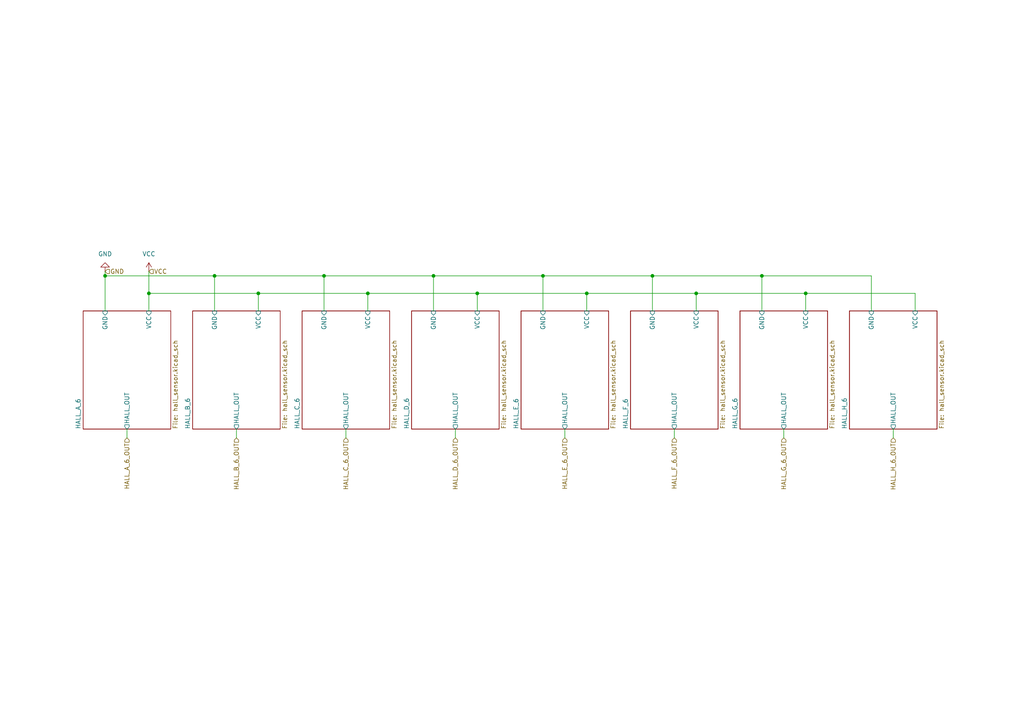
<source format=kicad_sch>
(kicad_sch (version 20250114) (generator "eeschema") (generator_version "9.0")
  (paper "A4")
  (lib_symbols
    (symbol "power:GND" (power) (pin_numbers (hide yes)) (pin_names (offset 0) (hide yes))
      (property "Value" "GND" (at 0 -3.81 0))
      (symbol "GND_0_1"
        (polyline (pts (xy 0 0) (xy 0 -1.27) (xy 1.27 -1.27) (xy 0 -2.54) (xy -1.27 -1.27) (xy 0 -1.27)))
      )
      (symbol "GND_1_1"
        (pin power_in line (at 0 0 270) (length 0) (name "~") (number "1"))
      )
    )
    (symbol "power:VCC" (power) (pin_numbers (hide yes)) (pin_names (offset 0) (hide yes))
      (property "Value" "VCC" (at 0 3.556 0))
      (symbol "VCC_0_1"
        (polyline (pts (xy -0.762 1.27) (xy 0 2.54)))
        (polyline (pts (xy 0 2.54) (xy 0.762 1.27)))
        (polyline (pts (xy 0 0) (xy 0 2.54)))
      )
      (symbol "VCC_1_1"
        (pin power_in line (at 0 0 90) (length 0) (name "~") (number "1"))
      )
    )
  )
  (junction (at 74.93 85.09))
  (junction (at 189.23 80.01))
  (junction (at 201.93 85.09))
  (junction (at 220.98 80.01))
  (junction (at 157.48 80.01))
  (junction (at 125.73 80.01))
  (junction (at 62.23 80.01))
  (junction (at 138.43 85.09))
  (junction (at 93.98 80.01))
  (junction (at 43.18 85.09))
  (junction (at 106.68 85.09))
  (junction (at 30.48 80.01))
  (junction (at 170.18 85.09))
  (junction (at 233.68 85.09))
  (wire (pts (xy 189.23 80.01) (xy 189.23 90.17)))
  (wire (pts (xy 195.58 124.46) (xy 195.58 127)))
  (wire (pts (xy 125.73 80.01) (xy 125.73 90.17)))
  (wire (pts (xy 157.48 80.01) (xy 157.48 90.17)))
  (wire (pts (xy 43.18 78.74) (xy 43.18 85.09)))
  (wire (pts (xy 138.43 85.09) (xy 170.18 85.09)))
  (wire (pts (xy 227.33 124.46) (xy 227.33 127)))
  (wire (pts (xy 201.93 85.09) (xy 201.93 90.17)))
  (wire (pts (xy 201.93 85.09) (xy 233.68 85.09)))
  (wire (pts (xy 62.23 80.01) (xy 93.98 80.01)))
  (wire (pts (xy 30.48 80.01) (xy 30.48 90.17)))
  (wire (pts (xy 163.83 124.46) (xy 163.83 127)))
  (wire (pts (xy 43.18 85.09) (xy 74.93 85.09)))
  (wire (pts (xy 252.73 80.01) (xy 252.73 90.17)))
  (wire (pts (xy 74.93 85.09) (xy 74.93 90.17)))
  (wire (pts (xy 125.73 80.01) (xy 157.48 80.01)))
  (wire (pts (xy 189.23 80.01) (xy 220.98 80.01)))
  (wire (pts (xy 62.23 80.01) (xy 62.23 90.17)))
  (wire (pts (xy 157.48 80.01) (xy 189.23 80.01)))
  (wire (pts (xy 43.18 85.09) (xy 43.18 90.17)))
  (wire (pts (xy 30.48 80.01) (xy 62.23 80.01)))
  (wire (pts (xy 138.43 85.09) (xy 138.43 90.17)))
  (wire (pts (xy 132.08 124.46) (xy 132.08 127)))
  (wire (pts (xy 68.58 124.46) (xy 68.58 127)))
  (wire (pts (xy 100.33 124.46) (xy 100.33 127)))
  (wire (pts (xy 170.18 85.09) (xy 201.93 85.09)))
  (wire (pts (xy 170.18 85.09) (xy 170.18 90.17)))
  (wire (pts (xy 220.98 80.01) (xy 220.98 90.17)))
  (wire (pts (xy 265.43 85.09) (xy 265.43 90.17)))
  (wire (pts (xy 233.68 85.09) (xy 265.43 85.09)))
  (wire (pts (xy 220.98 80.01) (xy 252.73 80.01)))
  (wire (pts (xy 93.98 80.01) (xy 93.98 90.17)))
  (wire (pts (xy 233.68 85.09) (xy 233.68 90.17)))
  (wire (pts (xy 30.48 78.74) (xy 30.48 80.01)))
  (wire (pts (xy 74.93 85.09) (xy 106.68 85.09)))
  (wire (pts (xy 106.68 85.09) (xy 106.68 90.17)))
  (wire (pts (xy 259.08 124.46) (xy 259.08 127)))
  (wire (pts (xy 93.98 80.01) (xy 125.73 80.01)))
  (wire (pts (xy 106.68 85.09) (xy 138.43 85.09)))
  (wire (pts (xy 36.83 124.46) (xy 36.83 127)))
  (hierarchical_label "HALL_E_6_OUT" (shape input) (at 163.83 127 270))
  (hierarchical_label "HALL_A_6_OUT" (shape input) (at 36.83 127 270))
  (hierarchical_label "HALL_F_6_OUT" (shape input) (at 195.58 127 270))
  (hierarchical_label "HALL_G_6_OUT" (shape input) (at 227.33 127 270))
  (hierarchical_label "HALL_C_6_OUT" (shape input) (at 100.33 127 270))
  (hierarchical_label "HALL_D_6_OUT" (shape input) (at 132.08 127 270))
  (hierarchical_label "GND" (shape input) (at 30.48 78.74 0))
  (hierarchical_label "HALL_B_6_OUT" (shape input) (at 68.58 127 270))
  (hierarchical_label "HALL_H_6_OUT" (shape input) (at 259.08 127 270))
  (hierarchical_label "VCC" (shape input) (at 43.18 78.74 0))
  (symbol (lib_id "power:GND") (at 30.48 78.74 180) (unit 1)
    (property "Reference" "#PWR055" (effects (hide yes)))
    (property "Value" "GND" (at 30.48 73.66 0))
    (property "Description" "Power symbol creates a global label with name \"GND\" , ground" (effects (hide yes)))
  )
  (symbol (lib_id "power:VCC") (at 43.18 78.74 0) (unit 1)
    (property "Reference" "#PWR056" (effects (hide yes)))
    (property "Value" "VCC" (at 43.18 73.66 0))
    (property "Description" "Power symbol creates a global label with name \"VCC\"" (effects (hide yes)))
  )
  (sheet (at 246.38 90.17) (size 25.4 34.29) (stroke (width 0.1524))
    (property "Sheetname" "HALL_H_6" (at 245.6684 124.46 90) (effects (justify left bottom)))
    (property "Sheetfile" "hall_sensor.kicad_sch" (at 272.3646 124.46 90) (effects (justify left top)))
    (pin "GND" input (at 252.73 90.17 90))
    (pin "HALL_OUT" output (at 259.08 124.46 270))
    (pin "VCC" input (at 265.43 90.17 90))
  )
  (sheet (at 214.63 90.17) (size 25.4 34.29) (stroke (width 0.1524))
    (property "Sheetname" "HALL_G_6" (at 213.9184 124.46 90) (effects (justify left bottom)))
    (property "Sheetfile" "hall_sensor.kicad_sch" (at 240.6146 124.46 90) (effects (justify left top)))
    (pin "GND" input (at 220.98 90.17 90))
    (pin "HALL_OUT" output (at 227.33 124.46 270))
    (pin "VCC" input (at 233.68 90.17 90))
  )
  (sheet (at 182.88 90.17) (size 25.4 34.29) (stroke (width 0.1524))
    (property "Sheetname" "HALL_F_6" (at 182.1684 124.46 90) (effects (justify left bottom)))
    (property "Sheetfile" "hall_sensor.kicad_sch" (at 208.8646 124.46 90) (effects (justify left top)))
    (pin "GND" input (at 189.23 90.17 90))
    (pin "HALL_OUT" output (at 195.58 124.46 270))
    (pin "VCC" input (at 201.93 90.17 90))
  )
  (sheet (at 24.13 90.17) (size 25.4 34.29) (stroke (width 0.1524))
    (property "Sheetname" "HALL_A_6" (at 23.4184 124.46 90) (effects (justify left bottom)))
    (property "Sheetfile" "hall_sensor.kicad_sch" (at 50.1146 124.46 90) (effects (justify left top)))
    (pin "GND" input (at 30.48 90.17 90))
    (pin "HALL_OUT" output (at 36.83 124.46 270))
    (pin "VCC" input (at 43.18 90.17 90))
  )
  (sheet (at 87.63 90.17) (size 25.4 34.29) (stroke (width 0.1524))
    (property "Sheetname" "HALL_C_6" (at 86.9184 124.46 90) (effects (justify left bottom)))
    (property "Sheetfile" "hall_sensor.kicad_sch" (at 113.6146 124.46 90) (effects (justify left top)))
    (pin "GND" input (at 93.98 90.17 90))
    (pin "HALL_OUT" output (at 100.33 124.46 270))
    (pin "VCC" input (at 106.68 90.17 90))
  )
  (sheet (at 151.13 90.17) (size 25.4 34.29) (stroke (width 0.1524))
    (property "Sheetname" "HALL_E_6" (at 150.4184 124.46 90) (effects (justify left bottom)))
    (property "Sheetfile" "hall_sensor.kicad_sch" (at 177.1146 124.46 90) (effects (justify left top)))
    (pin "GND" input (at 157.48 90.17 90))
    (pin "HALL_OUT" output (at 163.83 124.46 270))
    (pin "VCC" input (at 170.18 90.17 90))
  )
  (sheet (at 55.88 90.17) (size 25.4 34.29) (stroke (width 0.1524))
    (property "Sheetname" "HALL_B_6" (at 55.1684 124.46 90) (effects (justify left bottom)))
    (property "Sheetfile" "hall_sensor.kicad_sch" (at 81.8646 124.46 90) (effects (justify left top)))
    (pin "GND" input (at 62.23 90.17 90))
    (pin "HALL_OUT" output (at 68.58 124.46 270))
    (pin "VCC" input (at 74.93 90.17 90))
  )
  (sheet (at 119.38 90.17) (size 25.4 34.29) (stroke (width 0.1524))
    (property "Sheetname" "HALL_D_6" (at 118.6684 124.46 90) (effects (justify left bottom)))
    (property "Sheetfile" "hall_sensor.kicad_sch" (at 145.3646 124.46 90) (effects (justify left top)))
    (pin "GND" input (at 125.73 90.17 90))
    (pin "HALL_OUT" output (at 132.08 124.46 270))
    (pin "VCC" input (at 138.43 90.17 90))
  )
)
</source>
